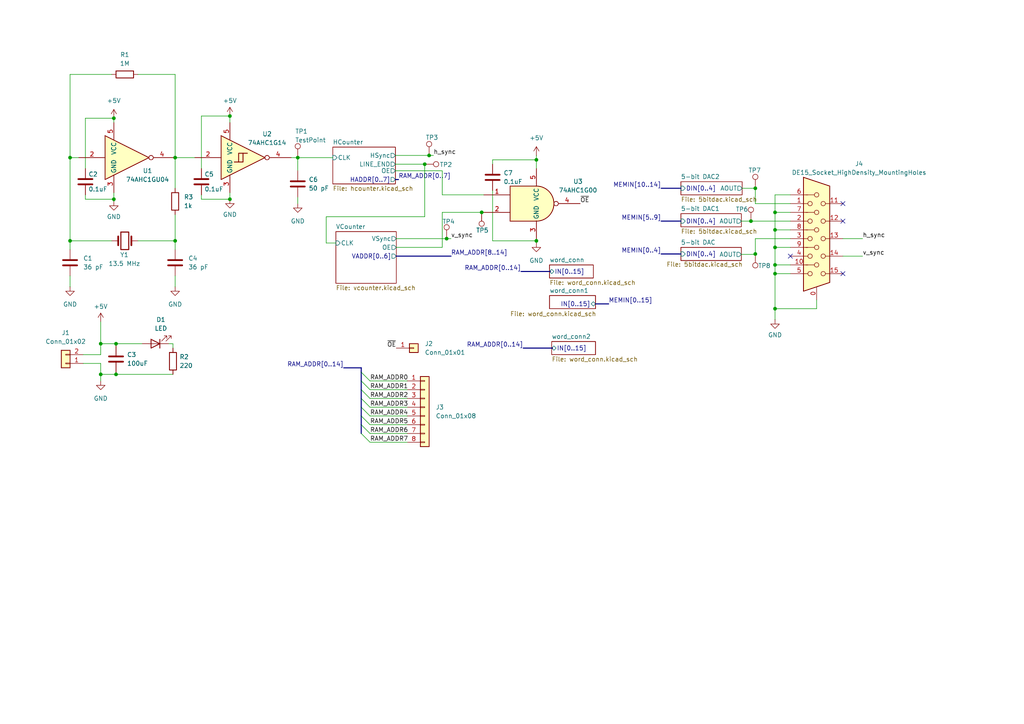
<source format=kicad_sch>
(kicad_sch (version 20250114) (generator "eeschema") (generator_version "9.0")
  (paper "A4")
  (lib_symbols
    (symbol "74xGxx:74AHC1G00"
      (property "Reference" "U" (at -2.54 3.81 0))
      (property "Value" "74AHC1G00" (at 0 -3.81 0))
      (symbol "74AHC1G00_0_1"
        (arc (start 0 5.08) (mid 5.0579 0) (end 0 -5.08) (stroke (width 0.254)) (fill (type background)))
        (polyline (pts (xy 0 -5.08) (xy -7.62 -5.08) (xy -7.62 5.08) (xy 0 5.08)) (stroke (width 0.254)) (fill (type background)))
      )
      (symbol "74AHC1G00_1_1"
        (pin input line (at -15.24 2.54 0) (length 7.62) (name "~") (number "1"))
        (pin input line (at -15.24 -2.54 0) (length 7.62) (name "~") (number "2"))
        (pin power_in line (at 0 10.16 270) (length 5.08) (name "VCC") (number "5"))
        (pin power_in line (at 0 -10.16 90) (length 5.08) (name "GND") (number "3"))
        (pin output inverted (at 12.7 0 180) (length 7.62) (name "~") (number "4"))
      )
    )
    (symbol "74xGxx:74AHC1G14"
      (property "Reference" "U" (at 0 3.81 0))
      (property "Value" "74AHC1G14" (at 0 -3.81 0))
      (symbol "74AHC1G14_0_1"
        (polyline (pts (xy -7.62 6.35) (xy -7.62 -6.35) (xy 5.08 0) (xy -7.62 6.35)) (stroke (width 0.254)) (fill (type background)))
      )
      (symbol "74AHC1G14_1_1"
        (polyline (pts (xy -3.81 -1.27) (xy -1.27 -1.27) (xy -1.27 1.27)) (stroke (width 0.254)))
        (polyline (pts (xy -2.54 -1.27) (xy -2.54 1.27) (xy 0 1.27)) (stroke (width 0.254)))
        (pin input line (at -15.24 0 0) (length 7.62) (name "~") (number "2"))
        (pin no_connect line (at -7.62 5.08 180) (length 5.08) (hide yes) (name "NC") (number "1"))
        (pin power_in line (at -5.08 10.16 270) (length 5.08) (name "VCC") (number "5"))
        (pin power_in line (at -5.08 -10.16 90) (length 5.08) (name "GND") (number "3"))
        (pin output inverted (at 12.7 0 180) (length 7.62) (name "~") (number "4"))
      )
    )
    (symbol "74xGxx:74AHC1GU04"
      (property "Reference" "U" (at -2.54 3.81 0))
      (property "Value" "74AHC1GU04" (at 0 -3.81 0))
      (symbol "74AHC1GU04_0_1"
        (polyline (pts (xy -7.62 6.35) (xy -7.62 -6.35) (xy 5.08 0) (xy -7.62 6.35)) (stroke (width 0.254)) (fill (type background)))
      )
      (symbol "74AHC1GU04_1_1"
        (pin input line (at -15.24 0 0) (length 7.62) (name "~") (number "2"))
        (pin power_in line (at -5.08 10.16 270) (length 5.08) (name "VCC") (number "5"))
        (pin power_in line (at -5.08 -10.16 90) (length 5.08) (name "GND") (number "3"))
        (pin output inverted (at 12.7 0 180) (length 7.62) (name "~") (number "4"))
      )
    )
    (symbol "Connector:DE15_Socket_HighDensity_MountingHoles" (pin_names (offset 1.016) (hide yes))
      (property "Reference" "J" (at 0 21.59 0))
      (property "Value" "DE15_Socket_HighDensity_MountingHoles" (at 0 19.05 0))
      (symbol "DE15_Socket_HighDensity_MountingHoles_0_1"
        (polyline (pts (xy -3.81 17.78) (xy -3.81 -15.24) (xy 3.81 -12.7) (xy 3.81 15.24) (xy -3.81 17.78)) (stroke (width 0.254)) (fill (type background)))
        (polyline (pts (xy -3.175 7.62) (xy -0.635 7.62)))
        (circle (center -1.905 10.16) (radius 0.635))
        (circle (center -1.905 5.08) (radius 0.635))
        (circle (center -1.905 0) (radius 0.635))
        (circle (center -1.905 -5.08) (radius 0.635))
        (circle (center -1.905 -10.16) (radius 0.635))
        (polyline (pts (xy -0.635 12.7) (xy -3.175 12.7)))
        (polyline (pts (xy -0.635 2.54) (xy -3.175 2.54)))
        (polyline (pts (xy -0.635 -2.54) (xy -3.175 -2.54)))
        (polyline (pts (xy -0.635 -7.62) (xy -3.175 -7.62)))
        (circle (center 0 12.7) (radius 0.635))
        (circle (center 0 7.62) (radius 0.635))
        (circle (center 0 2.54) (radius 0.635))
        (circle (center 0 -2.54) (radius 0.635))
        (circle (center 0 -7.62) (radius 0.635))
        (circle (center 1.905 10.16) (radius 0.635))
        (circle (center 1.905 5.08) (radius 0.635))
        (circle (center 1.905 0) (radius 0.635))
        (circle (center 1.905 -5.08) (radius 0.635))
        (circle (center 1.905 -10.16) (radius 0.635))
      )
      (symbol "DE15_Socket_HighDensity_MountingHoles_1_1"
        (pin passive line (at -7.62 12.7 0) (length 5.08) (name "~") (number "6"))
        (pin passive line (at -7.62 10.16 0) (length 5.08) (name "~") (number "1"))
        (pin passive line (at -7.62 7.62 0) (length 5.08) (name "~") (number "7"))
        (pin passive line (at -7.62 5.08 0) (length 5.08) (name "~") (number "2"))
        (pin passive line (at -7.62 2.54 0) (length 5.08) (name "~") (number "8"))
        (pin passive line (at -7.62 0 0) (length 5.08) (name "~") (number "3"))
        (pin passive line (at -7.62 -2.54 0) (length 5.08) (name "~") (number "9"))
        (pin passive line (at -7.62 -5.08 0) (length 5.08) (name "~") (number "4"))
        (pin passive line (at -7.62 -7.62 0) (length 5.08) (name "~") (number "10"))
        (pin passive line (at -7.62 -10.16 0) (length 5.08) (name "~") (number "5"))
        (pin passive line (at 0 -17.78 90) (length 3.81) (name "~") (number "0"))
        (pin passive line (at 7.62 10.16 180) (length 5.08) (name "~") (number "11"))
        (pin passive line (at 7.62 5.08 180) (length 5.08) (name "~") (number "12"))
        (pin passive line (at 7.62 0 180) (length 5.08) (name "~") (number "13"))
        (pin passive line (at 7.62 -5.08 180) (length 5.08) (name "~") (number "14"))
        (pin passive line (at 7.62 -10.16 180) (length 5.08) (name "~") (number "15"))
      )
    )
    (symbol "Connector:TestPoint" (pin_numbers (hide yes)) (pin_names (offset 0.762) (hide yes))
      (property "Reference" "TP" (at 0 6.858 0))
      (property "Value" "TestPoint" (at 0 5.08 0))
      (symbol "TestPoint_0_1"
        (circle (center 0 3.302) (radius 0.762))
      )
      (symbol "TestPoint_1_1"
        (pin passive line (at 0 0 90) (length 2.54) (name "1") (number "1"))
      )
    )
    (symbol "Connector_Generic:Conn_01x01" (pin_names (offset 1.016) (hide yes))
      (property "Reference" "J" (at 0 2.54 0))
      (property "Value" "Conn_01x01" (at 0 -2.54 0))
      (symbol "Conn_01x01_1_1"
        (rectangle (start -1.27 1.27) (end 1.27 -1.27) (stroke (width 0.254)) (fill (type background)))
        (rectangle (start -1.27 0.127) (end 0 -0.127) (stroke (width 0.1524)))
        (pin passive line (at -5.08 0 0) (length 3.81) (name "Pin_1") (number "1"))
      )
    )
    (symbol "Connector_Generic:Conn_01x02" (pin_names (offset 1.016) (hide yes))
      (property "Reference" "J" (at 0 2.54 0))
      (property "Value" "Conn_01x02" (at 0 -5.08 0))
      (symbol "Conn_01x02_1_1"
        (rectangle (start -1.27 1.27) (end 1.27 -3.81) (stroke (width 0.254)) (fill (type background)))
        (rectangle (start -1.27 0.127) (end 0 -0.127) (stroke (width 0.1524)))
        (rectangle (start -1.27 -2.413) (end 0 -2.667) (stroke (width 0.1524)))
        (pin passive line (at -5.08 0 0) (length 3.81) (name "Pin_1") (number "1"))
        (pin passive line (at -5.08 -2.54 0) (length 3.81) (name "Pin_2") (number "2"))
      )
    )
    (symbol "Connector_Generic:Conn_01x08" (pin_names (offset 1.016) (hide yes))
      (property "Reference" "J" (at 0 10.16 0))
      (property "Value" "Conn_01x08" (at 0 -12.7 0))
      (symbol "Conn_01x08_1_1"
        (rectangle (start -1.27 8.89) (end 1.27 -11.43) (stroke (width 0.254)) (fill (type background)))
        (rectangle (start -1.27 7.747) (end 0 7.493) (stroke (width 0.1524)))
        (rectangle (start -1.27 5.207) (end 0 4.953) (stroke (width 0.1524)))
        (rectangle (start -1.27 2.667) (end 0 2.413) (stroke (width 0.1524)))
        (rectangle (start -1.27 0.127) (end 0 -0.127) (stroke (width 0.1524)))
        (rectangle (start -1.27 -2.413) (end 0 -2.667) (stroke (width 0.1524)))
        (rectangle (start -1.27 -4.953) (end 0 -5.207) (stroke (width 0.1524)))
        (rectangle (start -1.27 -7.493) (end 0 -7.747) (stroke (width 0.1524)))
        (rectangle (start -1.27 -10.033) (end 0 -10.287) (stroke (width 0.1524)))
        (pin passive line (at -5.08 7.62 0) (length 3.81) (name "Pin_1") (number "1"))
        (pin passive line (at -5.08 5.08 0) (length 3.81) (name "Pin_2") (number "2"))
        (pin passive line (at -5.08 2.54 0) (length 3.81) (name "Pin_3") (number "3"))
        (pin passive line (at -5.08 0 0) (length 3.81) (name "Pin_4") (number "4"))
        (pin passive line (at -5.08 -2.54 0) (length 3.81) (name "Pin_5") (number "5"))
        (pin passive line (at -5.08 -5.08 0) (length 3.81) (name "Pin_6") (number "6"))
        (pin passive line (at -5.08 -7.62 0) (length 3.81) (name "Pin_7") (number "7"))
        (pin passive line (at -5.08 -10.16 0) (length 3.81) (name "Pin_8") (number "8"))
      )
    )
    (symbol "Device:C" (pin_numbers (hide yes)) (pin_names (offset 0.254))
      (property "Reference" "C" (at 0.635 2.54 0))
      (property "Value" "C" (at 0.635 -2.54 0))
      (symbol "C_0_1"
        (polyline (pts (xy -2.032 0.762) (xy 2.032 0.762)) (stroke (width 0.508)))
        (polyline (pts (xy -2.032 -0.762) (xy 2.032 -0.762)) (stroke (width 0.508)))
      )
      (symbol "C_1_1"
        (pin passive line (at 0 3.81 270) (length 2.794) (name "~") (number "1"))
        (pin passive line (at 0 -3.81 90) (length 2.794) (name "~") (number "2"))
      )
    )
    (symbol "Device:Crystal" (pin_numbers (hide yes)) (pin_names (offset 1.016) (hide yes))
      (property "Reference" "Y" (at 0 3.81 0))
      (property "Value" "Crystal" (at 0 -3.81 0))
      (symbol "Crystal_0_1"
        (polyline (pts (xy -2.54 0) (xy -1.905 0)))
        (polyline (pts (xy -1.905 -1.27) (xy -1.905 1.27)) (stroke (width 0.508)))
        (rectangle (start -1.143 2.54) (end 1.143 -2.54) (stroke (width 0.3048)))
        (polyline (pts (xy 1.905 -1.27) (xy 1.905 1.27)) (stroke (width 0.508)))
        (polyline (pts (xy 2.54 0) (xy 1.905 0)))
      )
      (symbol "Crystal_1_1"
        (pin passive line (at -3.81 0 0) (length 1.27) (name "1") (number "1"))
        (pin passive line (at 3.81 0 180) (length 1.27) (name "2") (number "2"))
      )
    )
    (symbol "Device:LED" (pin_numbers (hide yes)) (pin_names (offset 1.016) (hide yes))
      (property "Reference" "D" (at 0 2.54 0))
      (property "Value" "LED" (at 0 -2.54 0))
      (symbol "LED_0_1"
        (polyline (pts (xy -3.048 -0.762) (xy -4.572 -2.286) (xy -3.81 -2.286) (xy -4.572 -2.286) (xy -4.572 -1.524)))
        (polyline (pts (xy -1.778 -0.762) (xy -3.302 -2.286) (xy -2.54 -2.286) (xy -3.302 -2.286) (xy -3.302 -1.524)))
        (polyline (pts (xy -1.27 0) (xy 1.27 0)))
        (polyline (pts (xy -1.27 -1.27) (xy -1.27 1.27)) (stroke (width 0.254)))
        (polyline (pts (xy 1.27 -1.27) (xy 1.27 1.27) (xy -1.27 0) (xy 1.27 -1.27)) (stroke (width 0.254)))
      )
      (symbol "LED_1_1"
        (pin passive line (at -3.81 0 0) (length 2.54) (name "K") (number "1"))
        (pin passive line (at 3.81 0 180) (length 2.54) (name "A") (number "2"))
      )
    )
    (symbol "Device:R" (pin_numbers (hide yes)) (pin_names (offset 0))
      (property "Reference" "R" (at 2.032 0 90))
      (property "Value" "R" (at 0 0 90))
      (symbol "R_0_1"
        (rectangle (start -1.016 -2.54) (end 1.016 2.54) (stroke (width 0.254)))
      )
      (symbol "R_1_1"
        (pin passive line (at 0 3.81 270) (length 1.27) (name "~") (number "1"))
        (pin passive line (at 0 -3.81 90) (length 1.27) (name "~") (number "2"))
      )
    )
    (symbol "power:+5V" (power) (pin_numbers (hide yes)) (pin_names (offset 0) (hide yes))
      (property "Value" "+5V" (at 0 3.556 0))
      (symbol "+5V_0_1"
        (polyline (pts (xy -0.762 1.27) (xy 0 2.54)))
        (polyline (pts (xy 0 2.54) (xy 0.762 1.27)))
        (polyline (pts (xy 0 0) (xy 0 2.54)))
      )
      (symbol "+5V_1_1"
        (pin power_in line (at 0 0 90) (length 0) (name "~") (number "1"))
      )
    )
    (symbol "power:GND" (power) (pin_numbers (hide yes)) (pin_names (offset 0) (hide yes))
      (property "Value" "GND" (at 0 -3.81 0))
      (symbol "GND_0_1"
        (polyline (pts (xy 0 0) (xy 0 -1.27) (xy 1.27 -1.27) (xy 0 -2.54) (xy -1.27 -1.27) (xy 0 -1.27)))
      )
      (symbol "GND_1_1"
        (pin power_in line (at 0 0 270) (length 0) (name "~") (number "1"))
      )
    )
  )
  (junction (at 33.655 108.585))
  (junction (at 224.79 71.755))
  (junction (at 29.21 108.585))
  (junction (at 219.075 73.66))
  (junction (at 20.32 69.85))
  (junction (at 224.79 89.535))
  (junction (at 50.8 45.72))
  (junction (at 33.655 99.695))
  (junction (at 33.02 57.785))
  (junction (at 224.79 76.835))
  (junction (at 129.54 69.215))
  (junction (at 20.32 45.72))
  (junction (at 155.575 69.85))
  (junction (at 139.7 61.595))
  (junction (at 224.79 79.375))
  (junction (at 219.075 54.61))
  (junction (at 86.36 45.72))
  (junction (at 66.675 33.655))
  (junction (at 29.21 99.695))
  (junction (at 50.8 69.85))
  (junction (at 123.19 47.625))
  (junction (at 155.575 46.355))
  (junction (at 217.805 64.135))
  (junction (at 124.46 45.085))
  (junction (at 224.79 66.675))
  (junction (at 66.675 57.785))
  (junction (at 33.02 34.29))
  (junction (at 224.79 61.595))
  (no_connect (at 244.475 79.375))
  (no_connect (at 244.475 59.055))
  (no_connect (at 244.475 64.135))
  (no_connect (at 229.235 74.295))
  (bus_entry (at 104.775 118.11) (size 2.54 2.54))
  (bus_entry (at 104.775 115.57) (size 2.54 2.54))
  (bus_entry (at 104.775 110.49) (size 2.54 2.54))
  (bus_entry (at 104.775 113.03) (size 2.54 2.54))
  (bus_entry (at 104.775 123.19) (size 2.54 2.54))
  (bus_entry (at 104.775 125.73) (size 2.54 2.54))
  (bus_entry (at 104.775 107.95) (size 2.54 2.54))
  (bus_entry (at 104.775 120.65) (size 2.54 2.54))
  (wire (pts (xy 29.21 108.585) (xy 29.21 110.49)))
  (wire (pts (xy 124.46 45.085) (xy 125.73 45.085)))
  (bus (pts (xy 104.775 106.68) (xy 104.775 107.95)))
  (wire (pts (xy 29.21 102.87) (xy 24.13 102.87)))
  (bus (pts (xy 159.639 78.74) (xy 151.13 78.74)))
  (wire (pts (xy 24.765 56.515) (xy 24.765 57.785)))
  (wire (pts (xy 20.32 80.01) (xy 20.32 83.185)))
  (wire (pts (xy 50.165 99.695) (xy 50.165 100.965)))
  (wire (pts (xy 244.475 69.215) (xy 250.19 69.215)))
  (bus (pts (xy 99.695 106.68) (xy 104.775 106.68)))
  (bus (pts (xy 172.72 88.138) (xy 176.53 88.138)))
  (wire (pts (xy 50.8 45.72) (xy 56.515 45.72)))
  (wire (pts (xy 33.02 58.42) (xy 33.02 57.785)))
  (wire (pts (xy 114.681 45.085) (xy 124.46 45.085)))
  (bus (pts (xy 114.681 52.07) (xy 115.57 52.07)))
  (wire (pts (xy 224.79 61.595) (xy 224.79 56.515)))
  (wire (pts (xy 128.27 49.53) (xy 128.27 56.515)))
  (wire (pts (xy 155.575 45.085) (xy 155.575 46.355)))
  (wire (pts (xy 33.655 108.585) (xy 33.655 107.95)))
  (wire (pts (xy 20.32 69.85) (xy 20.32 72.39)))
  (bus (pts (xy 104.775 120.65) (xy 104.775 123.19)))
  (bus (pts (xy 104.775 118.11) (xy 104.775 120.65)))
  (bus (pts (xy 191.77 54.61) (xy 197.485 54.61)))
  (wire (pts (xy 66.675 33.655) (xy 66.675 35.56)))
  (wire (pts (xy 224.79 76.835) (xy 229.235 76.835)))
  (wire (pts (xy 129.54 69.215) (xy 130.81 69.215)))
  (bus (pts (xy 104.775 113.03) (xy 104.775 115.57)))
  (wire (pts (xy 114.935 71.755) (xy 128.27 71.755)))
  (bus (pts (xy 104.775 115.57) (xy 104.775 118.11)))
  (wire (pts (xy 142.875 55.245) (xy 142.875 69.85)))
  (wire (pts (xy 48.895 99.695) (xy 50.165 99.695)))
  (wire (pts (xy 86.36 45.72) (xy 86.36 49.53)))
  (bus (pts (xy 191.77 64.135) (xy 197.485 64.135)))
  (wire (pts (xy 20.32 45.72) (xy 20.32 69.85)))
  (wire (pts (xy 224.79 92.71) (xy 224.79 89.535)))
  (wire (pts (xy 114.681 49.53) (xy 128.27 49.53)))
  (wire (pts (xy 29.21 108.585) (xy 33.655 108.585)))
  (wire (pts (xy 107.315 113.03) (xy 118.11 113.03)))
  (wire (pts (xy 224.79 79.375) (xy 229.235 79.375)))
  (bus (pts (xy 104.775 107.95) (xy 104.775 110.49)))
  (wire (pts (xy 215.011 64.135) (xy 217.805 64.135)))
  (wire (pts (xy 155.575 70.485) (xy 155.575 69.85)))
  (wire (pts (xy 217.805 64.135) (xy 229.235 64.135)))
  (wire (pts (xy 155.575 46.355) (xy 155.575 48.895)))
  (wire (pts (xy 50.8 62.23) (xy 50.8 69.85)))
  (wire (pts (xy 128.27 61.595) (xy 139.7 61.595)))
  (wire (pts (xy 33.02 57.785) (xy 33.02 55.88)))
  (wire (pts (xy 29.21 105.41) (xy 29.21 108.585)))
  (wire (pts (xy 107.315 123.19) (xy 118.11 123.19)))
  (wire (pts (xy 215.011 73.787) (xy 219.075 73.787)))
  (wire (pts (xy 224.79 66.675) (xy 224.79 61.595)))
  (wire (pts (xy 86.36 45.72) (xy 96.52 45.72)))
  (wire (pts (xy 215.265 54.61) (xy 219.075 54.61)))
  (wire (pts (xy 66.675 57.785) (xy 66.675 55.88)))
  (wire (pts (xy 142.875 69.85) (xy 155.575 69.85)))
  (wire (pts (xy 86.36 57.15) (xy 86.36 59.055)))
  (wire (pts (xy 20.32 45.72) (xy 20.32 21.59)))
  (wire (pts (xy 224.79 66.675) (xy 229.235 66.675)))
  (wire (pts (xy 224.79 89.535) (xy 224.79 79.375)))
  (wire (pts (xy 24.13 105.41) (xy 29.21 105.41)))
  (wire (pts (xy 50.8 21.59) (xy 50.8 45.72)))
  (wire (pts (xy 155.575 69.85) (xy 155.575 69.215)))
  (wire (pts (xy 219.075 73.787) (xy 219.075 73.66)))
  (wire (pts (xy 128.27 56.515) (xy 140.335 56.515)))
  (wire (pts (xy 24.765 48.895) (xy 24.765 34.29)))
  (wire (pts (xy 224.79 61.595) (xy 229.235 61.595)))
  (wire (pts (xy 33.655 99.695) (xy 33.655 100.33)))
  (wire (pts (xy 128.27 71.755) (xy 128.27 61.595)))
  (wire (pts (xy 123.19 47.625) (xy 123.19 62.865)))
  (wire (pts (xy 224.79 71.755) (xy 224.79 66.675)))
  (wire (pts (xy 33.655 99.695) (xy 41.275 99.695)))
  (wire (pts (xy 219.075 59.055) (xy 229.235 59.055)))
  (wire (pts (xy 20.32 45.72) (xy 22.86 45.72)))
  (wire (pts (xy 58.42 57.785) (xy 66.675 57.785)))
  (wire (pts (xy 224.79 79.375) (xy 224.79 76.835)))
  (wire (pts (xy 32.385 69.85) (xy 20.32 69.85)))
  (wire (pts (xy 224.79 71.755) (xy 229.235 71.755)))
  (bus (pts (xy 191.77 73.66) (xy 197.485 73.66)))
  (bus (pts (xy 104.775 110.49) (xy 104.775 113.03)))
  (wire (pts (xy 84.455 45.72) (xy 86.36 45.72)))
  (wire (pts (xy 224.79 76.835) (xy 224.79 71.755)))
  (wire (pts (xy 244.475 74.295) (xy 250.19 74.295)))
  (wire (pts (xy 29.21 99.695) (xy 29.21 102.87)))
  (wire (pts (xy 40.005 69.85) (xy 50.8 69.85)))
  (wire (pts (xy 107.315 125.73) (xy 118.11 125.73)))
  (wire (pts (xy 107.315 128.27) (xy 118.11 128.27)))
  (wire (pts (xy 50.8 69.85) (xy 50.8 72.39)))
  (wire (pts (xy 107.315 115.57) (xy 118.11 115.57)))
  (wire (pts (xy 219.075 54.61) (xy 219.075 59.055)))
  (wire (pts (xy 50.8 45.72) (xy 50.8 54.61)))
  (wire (pts (xy 219.075 69.215) (xy 229.235 69.215)))
  (wire (pts (xy 20.32 21.59) (xy 32.385 21.59)))
  (bus (pts (xy 104.775 123.19) (xy 104.775 125.73)))
  (wire (pts (xy 50.8 80.01) (xy 50.8 83.185)))
  (wire (pts (xy 58.42 48.895) (xy 58.42 33.655)))
  (wire (pts (xy 107.315 110.49) (xy 118.11 110.49)))
  (wire (pts (xy 94.615 62.865) (xy 94.615 70.485)))
  (wire (pts (xy 123.19 62.865) (xy 94.615 62.865)))
  (bus (pts (xy 160.274 100.965) (xy 151.765 100.965)))
  (wire (pts (xy 94.615 70.485) (xy 97.409 70.485)))
  (wire (pts (xy 142.875 46.355) (xy 142.875 47.625)))
  (wire (pts (xy 139.7 61.595) (xy 140.335 61.595)))
  (wire (pts (xy 114.935 69.215) (xy 129.54 69.215)))
  (wire (pts (xy 58.42 33.655) (xy 66.675 33.655)))
  (wire (pts (xy 40.005 21.59) (xy 50.8 21.59)))
  (bus (pts (xy 114.935 74.295) (xy 130.81 74.295)))
  (wire (pts (xy 224.79 56.515) (xy 229.235 56.515)))
  (wire (pts (xy 107.315 118.11) (xy 118.11 118.11)))
  (wire (pts (xy 24.765 34.29) (xy 33.02 34.29)))
  (wire (pts (xy 33.655 108.585) (xy 50.165 108.585)))
  (wire (pts (xy 58.42 56.515) (xy 58.42 57.785)))
  (wire (pts (xy 107.315 120.65) (xy 118.11 120.65)))
  (wire (pts (xy 142.875 46.355) (xy 155.575 46.355)))
  (wire (pts (xy 114.681 47.625) (xy 123.19 47.625)))
  (wire (pts (xy 24.765 57.785) (xy 33.02 57.785)))
  (wire (pts (xy 236.855 89.535) (xy 224.79 89.535)))
  (wire (pts (xy 219.075 73.66) (xy 219.075 69.215)))
  (wire (pts (xy 29.21 99.695) (xy 33.655 99.695)))
  (wire (pts (xy 236.855 86.995) (xy 236.855 89.535)))
  (wire (pts (xy 33.02 34.29) (xy 33.02 35.56)))
  (wire (pts (xy 29.21 93.345) (xy 29.21 99.695)))
  (label "MEMIN[0..4]" (at 191.77 73.66 180))
  (label "~{OE}" (at 114.935 100.965 180))
  (label "RAM_ADDR[8..14]" (at 130.81 74.295 0))
  (label "~{OE}" (at 168.275 59.055 0))
  (label "MEMIN[0..15]" (at 176.53 88.138 0))
  (label "RAM_ADDR2" (at 107.315 115.57 0))
  (label "RAM_ADDR4" (at 107.315 120.65 0))
  (label "MEMIN[10..14]" (at 191.77 54.61 180))
  (label "RAM_ADDR7" (at 107.315 128.27 0))
  (label "RAM_ADDR[0..7]" (at 115.57 52.07 0))
  (label "h_sync" (at 250.19 69.215 0))
  (label "RAM_ADDR5" (at 107.315 123.19 0))
  (label "v_sync" (at 250.19 74.295 0))
  (label "MEMIN[5..9]" (at 191.77 64.135 180))
  (label "RAM_ADDR0" (at 107.315 110.49 0))
  (label "h_sync" (at 125.73 45.085 0))
  (label "RAM_ADDR6" (at 107.315 125.73 0))
  (label "RAM_ADDR[0..14]" (at 151.765 100.965 180))
  (label "RAM_ADDR[0..14]" (at 151.13 78.74 180))
  (label "RAM_ADDR3" (at 107.315 118.11 0))
  (label "RAM_ADDR[0..14]" (at 99.695 106.68 180))
  (label "RAM_ADDR1" (at 107.315 113.03 0))
  (label "v_sync" (at 130.81 69.215 0))
  (symbol (lib_id "power:GND") (at 66.675 57.785 0) (unit 1)
    (property "Reference" "#PWR08" (effects (hide yes)))
    (property "Value" "GND" (at 66.675 62.23 0))
    (property "Description" "Power symbol creates a global label with name \"GND\" , ground" (effects (hide yes)))
  )
  (symbol (lib_id "Device:LED") (at 45.085 99.695 180) (unit 1)
    (property "Reference" "D1" (at 46.6725 92.71 0))
    (property "Value" "LED" (at 46.6725 95.25 0))
    (property "Footprint" "LED_SMD:LED_0603_1608Metric" (effects (hide yes)))
    (property "Description" "Light emitting diode" (effects (hide yes)))
    (property "Sim.Pins" "1=K 2=A" (effects (hide yes)))
  )
  (symbol (lib_id "power:+5V") (at 29.21 93.345 0) (unit 1)
    (property "Reference" "#PWR02" (effects (hide yes)))
    (property "Value" "+5V" (at 29.21 88.9 0))
    (property "Description" "Power symbol creates a global label with name \"+5V\"" (effects (hide yes)))
  )
  (symbol (lib_id "power:GND") (at 50.8 83.185 0) (unit 1)
    (property "Reference" "#PWR06" (effects (hide yes)))
    (property "Value" "GND" (at 50.8 88.265 0))
    (property "Description" "Power symbol creates a global label with name \"GND\" , ground" (effects (hide yes)))
  )
  (symbol (lib_id "power:GND") (at 29.21 110.49 0) (unit 1)
    (property "Reference" "#PWR03" (effects (hide yes)))
    (property "Value" "GND" (at 29.21 115.57 0))
    (property "Description" "Power symbol creates a global label with name \"GND\" , ground" (effects (hide yes)))
  )
  (symbol (lib_id "Device:R") (at 50.8 58.42 0) (unit 1)
    (property "Reference" "R3" (at 53.34 57.1499 0) (effects (justify left)))
    (property "Value" "1k" (at 53.34 59.6899 0) (effects (justify left)))
    (property "Footprint" "Resistor_SMD:R_0603_1608Metric" (effects (hide yes)))
    (property "Description" "Resistor" (effects (hide yes)))
  )
  (symbol (lib_id "Device:Crystal") (at 36.195 69.85 0) (unit 1)
    (property "Reference" "Y1" (at 36.068 73.914 0))
    (property "Value" "13.5 MHz" (at 36.068 76.454 0))
    (property "Footprint" "Crystal:Crystal_SMD_HC49-SD" (effects (hide yes)))
    (property "Description" "Two pin crystal" (effects (hide yes)))
  )
  (symbol (lib_id "Connector:TestPoint") (at 124.46 45.085 0) (unit 1)
    (property "Reference" "TP3" (at 123.444 39.878 0) (effects (justify left)))
    (property "Value" "TestPoint" (effects (hide yes)))
    (property "Footprint" "TestPoint:TestPoint_Pad_D2.0mm" (effects (hide yes)))
    (property "Description" "test point" (effects (hide yes)))
  )
  (symbol (lib_id "Device:C") (at 50.8 76.2 0) (unit 1)
    (property "Reference" "C4" (at 54.61 74.9299 0) (effects (justify left)))
    (property "Value" "36 pF" (at 54.61 77.4699 0) (effects (justify left)))
    (property "Footprint" "Capacitor_SMD:C_0603_1608Metric" (effects (hide yes)))
    (property "Description" "Unpolarized capacitor" (effects (hide yes)))
  )
  (symbol (lib_id "Connector:TestPoint") (at 217.805 64.135 0) (unit 1)
    (property "Reference" "TP6" (at 213.36 60.706 0) (effects (justify left)))
    (property "Value" "TestPoint" (effects (hide yes)))
    (property "Footprint" "TestPoint:TestPoint_Pad_D2.0mm" (effects (hide yes)))
    (property "Description" "test point" (effects (hide yes)))
  )
  (symbol (lib_id "74xGxx:74AHC1G14") (at 71.755 45.72 0) (unit 1)
    (property "Reference" "U2" (at 77.47 38.862 0))
    (property "Value" "74AHC1G14" (at 77.47 41.402 0))
    (property "Footprint" "Package_TO_SOT_SMD:SOT-23-5" (effects (hide yes)))
    (property "Datasheet" "https://www.ti.com/lit/ds/symlink/sn74lvc1g14.pdf" (effects (hide yes)))
    (property "Description" "Single Schmitt NOT Gate, Low-Voltage CMOS" (effects (hide yes)))
  )
  (symbol (lib_id "power:GND") (at 155.575 70.485 0) (unit 1)
    (property "Reference" "#PWR011" (effects (hide yes)))
    (property "Value" "GND" (at 155.575 75.565 0))
    (property "Description" "Power symbol creates a global label with name \"GND\" , ground" (effects (hide yes)))
  )
  (symbol (lib_id "Connector:TestPoint") (at 123.19 47.625 270) (unit 1)
    (property "Reference" "TP2" (at 127.508 47.752 90) (effects (justify left)))
    (property "Value" "TestPoint" (effects (hide yes)))
    (property "Footprint" "TestPoint:TestPoint_Pad_D2.0mm" (effects (hide yes)))
    (property "Description" "test point" (effects (hide yes)))
  )
  (symbol (lib_id "Device:C") (at 33.655 104.14 0) (unit 1)
    (property "Reference" "C3" (at 36.83 102.8699 0) (effects (justify left)))
    (property "Value" "100uF" (at 36.83 105.4099 0) (effects (justify left)))
    (property "Footprint" "Capacitor_SMD:CP_Elec_5x5.3" (effects (hide yes)))
    (property "Description" "Unpolarized capacitor" (effects (hide yes)))
  )
  (symbol (lib_id "Connector_Generic:Conn_01x01") (at 120.015 100.965 0) (unit 1)
    (property "Reference" "J2" (at 123.19 99.6949 0) (effects (justify left)))
    (property "Value" "Conn_01x01" (at 123.19 102.2349 0) (effects (justify left)))
    (property "Footprint" "Connector_PinHeader_2.54mm:PinHeader_1x01_P2.54mm_Vertical" (effects (hide yes)))
    (property "Description" "Generic connector, single row, 01x01, script generated (kicad-library-utils/schlib/autogen/connector/)" (effects (hide yes)))
  )
  (symbol (lib_id "Device:R") (at 50.165 104.775 180) (unit 1)
    (property "Reference" "R2" (at 52.07 103.5049 0) (effects (justify right)))
    (property "Value" "220" (at 52.07 106.0449 0) (effects (justify right)))
    (property "Footprint" "Resistor_SMD:R_0201_0603Metric" (effects (hide yes)))
    (property "Description" "Resistor" (effects (hide yes)))
  )
  (symbol (lib_id "Device:C") (at 24.765 52.705 0) (unit 1)
    (property "Reference" "C2" (at 25.654 50.546 0) (effects (justify left)))
    (property "Value" "0.1uF" (at 25.654 54.864 0) (effects (justify left)))
    (property "Footprint" "Capacitor_SMD:C_0603_1608Metric" (effects (hide yes)))
    (property "Description" "Unpolarized capacitor" (effects (hide yes)))
  )
  (symbol (lib_id "Connector:TestPoint") (at 219.075 54.61 0) (unit 1)
    (property "Reference" "TP7" (at 217.043 49.403 0) (effects (justify left)))
    (property "Value" "TestPoint" (effects (hide yes)))
    (property "Footprint" "TestPoint:TestPoint_Pad_D2.0mm" (effects (hide yes)))
    (property "Description" "test point" (effects (hide yes)))
  )
  (symbol (lib_id "Device:C") (at 86.36 53.34 0) (unit 1)
    (property "Reference" "C6" (at 89.535 52.0699 0) (effects (justify left)))
    (property "Value" "50 pF" (at 89.535 54.6099 0) (effects (justify left)))
    (property "Footprint" "Capacitor_SMD:C_0603_1608Metric" (effects (hide yes)))
    (property "Description" "Unpolarized capacitor" (effects (hide yes)))
  )
  (symbol (lib_id "Connector:TestPoint") (at 139.7 61.595 180) (unit 1)
    (property "Reference" "TP5" (at 141.732 66.802 0) (effects (justify left)))
    (property "Value" "TestPoint" (effects (hide yes)))
    (property "Footprint" "TestPoint:TestPoint_Pad_D2.0mm" (effects (hide yes)))
    (property "Description" "test point" (effects (hide yes)))
  )
  (symbol (lib_id "Connector:DE15_Socket_HighDensity_MountingHoles") (at 236.855 69.215 0) (unit 1)
    (property "Reference" "J4" (at 249.174 47.498 0))
    (property "Value" "DE15_Socket_HighDensity_MountingHoles" (at 249.174 50.038 0))
    (property "Footprint" "Connector_Dsub:DSUB-15-HD_Socket_Horizontal_P2.29x1.90mm_EdgePinOffset3.03mm_Housed_MountingHolesOffset4.94mm" (effects (hide yes)))
    (property "Description" "15-pin D-SUB connector, socket (female), High density (3 columns), Triple Row, Generic, VGA-connector, Mounting Hole" (effects (hide yes)))
  )
  (symbol (lib_id "power:GND") (at 33.02 58.42 0) (unit 1)
    (property "Reference" "#PWR05" (effects (hide yes)))
    (property "Value" "GND" (at 33.02 62.865 0))
    (property "Description" "Power symbol creates a global label with name \"GND\" , ground" (effects (hide yes)))
  )
  (symbol (lib_id "power:+5V") (at 155.575 45.085 0) (unit 1)
    (property "Reference" "#PWR010" (effects (hide yes)))
    (property "Value" "+5V" (at 155.575 40.005 0))
    (property "Description" "Power symbol creates a global label with name \"+5V\"" (effects (hide yes)))
  )
  (symbol (lib_id "power:GND") (at 86.36 59.055 0) (unit 1)
    (property "Reference" "#PWR09" (effects (hide yes)))
    (property "Value" "GND" (at 86.36 64.135 0))
    (property "Description" "Power symbol creates a global label with name \"GND\" , ground" (effects (hide yes)))
  )
  (symbol (lib_id "power:+5V") (at 33.02 34.29 0) (unit 1)
    (property "Reference" "#PWR04" (effects (hide yes)))
    (property "Value" "+5V" (at 33.02 29.21 0))
    (property "Description" "Power symbol creates a global label with name \"+5V\"" (effects (hide yes)))
  )
  (symbol (lib_id "Device:C") (at 58.42 52.705 0) (unit 1)
    (property "Reference" "C5" (at 59.309 50.546 0) (effects (justify left)))
    (property "Value" "0.1uF" (at 59.309 54.864 0) (effects (justify left)))
    (property "Footprint" "Capacitor_SMD:C_0603_1608Metric" (effects (hide yes)))
    (property "Description" "Unpolarized capacitor" (effects (hide yes)))
  )
  (symbol (lib_id "Connector_Generic:Conn_01x02") (at 19.05 105.41 180) (unit 1)
    (property "Reference" "J1" (at 19.05 96.52 0))
    (property "Value" "Conn_01x02" (at 19.05 99.06 0))
    (property "Footprint" "Connector_PinHeader_2.54mm:PinHeader_1x02_P2.54mm_Vertical" (effects (hide yes)))
    (property "Description" "Generic connector, single row, 01x02, script generated (kicad-library-utils/schlib/autogen/connector/)" (effects (hide yes)))
  )
  (symbol (lib_id "power:+5V") (at 66.675 33.655 0) (unit 1)
    (property "Reference" "#PWR07" (effects (hide yes)))
    (property "Value" "+5V" (at 66.675 29.21 0))
    (property "Description" "Power symbol creates a global label with name \"+5V\"" (effects (hide yes)))
  )
  (symbol (lib_id "Device:R") (at 36.195 21.59 90) (unit 1)
    (property "Reference" "R1" (at 36.195 15.875 90))
    (property "Value" "1M" (at 36.195 18.415 90))
    (property "Footprint" "Resistor_SMD:R_0603_1608Metric" (effects (hide yes)))
    (property "Description" "Resistor" (effects (hide yes)))
  )
  (symbol (lib_id "74xGxx:74AHC1G00") (at 155.575 59.055 0) (unit 1)
    (property "Reference" "U3" (at 167.64 52.6348 0))
    (property "Value" "74AHC1G00" (at 167.64 55.1748 0))
    (property "Footprint" "Package_TO_SOT_SMD:SOT-23-5" (effects (hide yes)))
    (property "Datasheet" "http://www.ti.com/lit/sg/scyt129e/scyt129e.pdf" (effects (hide yes)))
    (property "Description" "Single NAND Gate, Low-Voltage CMOS" (effects (hide yes)))
  )
  (symbol (lib_id "74xGxx:74AHC1GU04") (at 38.1 45.72 0) (unit 1)
    (property "Reference" "U1" (at 42.799 49.53 0))
    (property "Value" "74AHC1GU04" (at 42.799 52.07 0))
    (property "Footprint" "Package_TO_SOT_SMD:SOT-23-5" (effects (hide yes)))
    (property "Datasheet" "http://www.ti.com/lit/sg/scyt129e/scyt129e.pdf" (effects (hide yes)))
    (property "Description" "74AHC1G04, Single NOT Gate, Low-Voltage CMOS" (effects (hide yes)))
  )
  (symbol (lib_id "Connector:TestPoint") (at 86.36 45.72 0) (unit 1)
    (property "Reference" "TP1" (at 85.598 38.1 0) (effects (justify left)))
    (property "Value" "TestPoint" (at 85.598 40.64 0) (effects (justify left)))
    (property "Footprint" "TestPoint:TestPoint_Pad_D2.0mm" (effects (hide yes)))
    (property "Description" "test point" (effects (hide yes)))
  )
  (symbol (lib_id "Connector:TestPoint") (at 129.54 69.215 0) (unit 1)
    (property "Reference" "TP4" (at 128.27 64.262 0) (effects (justify left)))
    (property "Value" "TestPoint" (effects (hide yes)))
    (property "Footprint" "TestPoint:TestPoint_Pad_D2.0mm" (effects (hide yes)))
    (property "Description" "test point" (effects (hide yes)))
  )
  (symbol (lib_id "Connector:TestPoint") (at 219.075 73.66 180) (unit 1)
    (property "Reference" "TP8" (at 223.52 77.089 0) (effects (justify left)))
    (property "Value" "TestPoint" (effects (hide yes)))
    (property "Footprint" "TestPoint:TestPoint_Pad_D2.0mm" (effects (hide yes)))
    (property "Description" "test point" (effects (hide yes)))
  )
  (symbol (lib_id "power:GND") (at 20.32 83.185 0) (unit 1)
    (property "Reference" "#PWR01" (effects (hide yes)))
    (property "Value" "GND" (at 20.32 88.265 0))
    (property "Description" "Power symbol creates a global label with name \"GND\" , ground" (effects (hide yes)))
  )
  (symbol (lib_id "power:GND") (at 224.79 92.71 0) (unit 1)
    (property "Reference" "#PWR012" (effects (hide yes)))
    (property "Value" "GND" (at 224.79 97.155 0))
    (property "Description" "Power symbol creates a global label with name \"GND\" , ground" (effects (hide yes)))
  )
  (symbol (lib_id "Device:C") (at 20.32 76.2 0) (unit 1)
    (property "Reference" "C1" (at 24.13 74.9299 0) (effects (justify left)))
    (property "Value" "36 pF" (at 24.13 77.4699 0) (effects (justify left)))
    (property "Footprint" "Capacitor_SMD:C_0603_1608Metric" (effects (hide yes)))
    (property "Description" "Unpolarized capacitor" (effects (hide yes)))
  )
  (symbol (lib_id "Connector_Generic:Conn_01x08") (at 123.19 118.11 0) (unit 1)
    (property "Reference" "J3" (at 126.365 118.1099 0) (effects (justify left)))
    (property "Value" "Conn_01x08" (at 126.365 120.6499 0) (effects (justify left)))
    (property "Footprint" "Connector_PinHeader_2.54mm:PinHeader_1x08_P2.54mm_Vertical" (effects (hide yes)))
    (property "Description" "Generic connector, single row, 01x08, script generated (kicad-library-utils/schlib/autogen/connector/)" (effects (hide yes)))
  )
  (symbol (lib_id "Device:C") (at 142.875 51.435 0) (unit 1)
    (property "Reference" "C7" (at 146.05 50.1649 0) (effects (justify left)))
    (property "Value" "0.1uF" (at 146.05 52.7049 0) (effects (justify left)))
    (property "Footprint" "Capacitor_SMD:C_0603_1608Metric" (effects (hide yes)))
    (property "Description" "Unpolarized capacitor" (effects (hide yes)))
  )
  (sheet (at 96.52 42.672) (size 18.161 10.668) (stroke (width 0.1524))
    (property "Sheetname" "HCounter" (at 96.52 41.9604 0) (effects (justify left bottom)))
    (property "Sheetfile" "hcounter.kicad_sch" (at 96.52 53.9246 0) (effects (justify left top)))
    (pin "CLK" input (at 96.52 45.72 180))
    (pin "HSync" output (at 114.681 45.085 0))
    (pin "LINE_END" output (at 114.681 47.625 0))
    (pin "OE" output (at 114.681 49.53 0))
    (pin "HADDR[0..7]" output (at 114.681 52.07 0))
  )
  (sheet (at 197.485 71.755) (size 17.526 3.81) (stroke (width 0.1524))
    (property "Sheetname" "5-bit DAC" (at 197.485 71.0434 0) (effects (justify left bottom)))
    (property "Sheetfile" "5bitdac.kicad_sch" (at 193.294 75.946 0) (effects (justify left top)))
    (pin "DIN[0..4]" input (at 197.485 73.66 180))
    (pin "AOUT" output (at 215.011 73.787 0))
  )
  (sheet (at 160.02 99.06) (size 12.7 3.81) (stroke (width 0.1524))
    (property "Sheetname" "word_conn2" (at 160.02 98.3484 0) (effects (justify left bottom)))
    (property "Sheetfile" "word_conn.kicad_sch" (at 160.02 103.4546 0) (effects (justify left top)))
    (pin "IN[0..15]" tri_state (at 160.02 100.965 180))
  )
  (sheet (at 159.385 85.725) (size 13.335 3.81) (stroke (width 0.1524))
    (property "Sheetname" "word_conn1" (at 159.385 85.0134 0) (effects (justify left bottom)))
    (property "Sheetfile" "word_conn.kicad_sch" (at 147.955 90.297 0) (effects (justify left top)))
    (pin "IN[0..15]" tri_state (at 172.72 88.138 0))
  )
  (sheet (at 197.485 52.705) (size 17.78 3.81) (stroke (width 0.1524))
    (property "Sheetname" "5-bit DAC2" (at 197.485 51.9934 0) (effects (justify left bottom)))
    (property "Sheetfile" "5bitdac.kicad_sch" (at 197.485 57.0996 0) (effects (justify left top)))
    (pin "DIN[0..4]" input (at 197.485 54.61 180))
    (pin "AOUT" output (at 215.265 54.61 0))
  )
  (sheet (at 159.385 76.835) (size 12.7 3.81) (stroke (width 0.1524))
    (property "Sheetname" "word_conn" (at 159.385 76.1234 0) (effects (justify left bottom)))
    (property "Sheetfile" "word_conn.kicad_sch" (at 159.385 81.2296 0) (effects (justify left top)))
    (pin "IN[0..15]" tri_state (at 159.385 78.74 180))
  )
  (sheet (at 97.409 67.183) (size 17.526 14.986) (stroke (width 0.1524))
    (property "Sheetname" "VCounter" (at 97.409 66.4714 0) (effects (justify left bottom)))
    (property "Sheetfile" "vcounter.kicad_sch" (at 97.409 82.7536 0) (effects (justify left top)))
    (pin "CLK" input (at 97.409 70.485 180))
    (pin "VSync" output (at 114.935 69.215 0))
    (pin "OE" output (at 114.935 71.755 0))
    (pin "VADDR[0..6]" output (at 114.935 74.295 0))
  )
  (sheet (at 197.485 61.976) (size 17.526 3.81) (stroke (width 0.1524))
    (property "Sheetname" "5-bit DAC1" (at 197.485 61.2644 0) (effects (justify left bottom)))
    (property "Sheetfile" "5bitdac.kicad_sch" (at 197.485 66.3706 0) (effects (justify left top)))
    (pin "DIN[0..4]" input (at 197.485 64.135 180))
    (pin "AOUT" output (at 215.011 64.135 0))
  )
)
</source>
